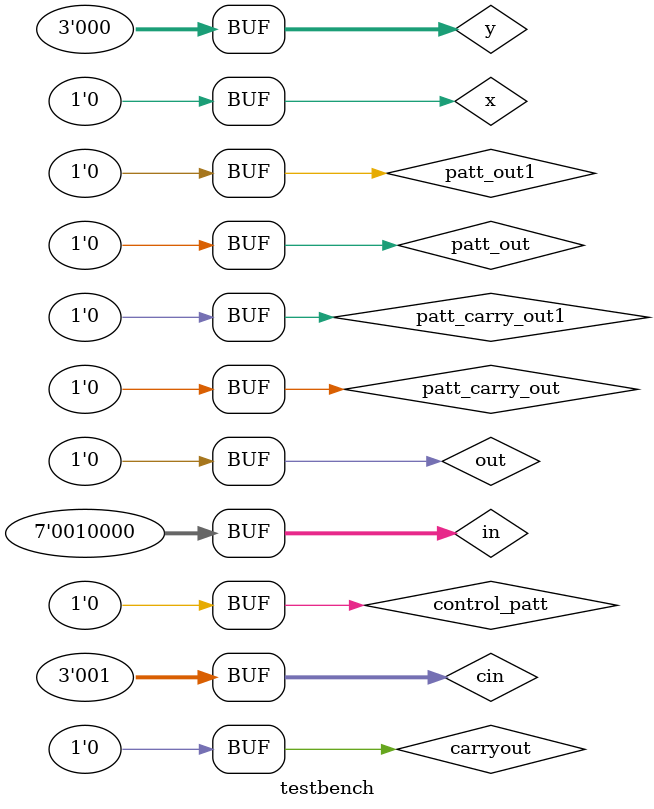
<source format=v>
module testbench;
    reg [6:0] in;

	wire x;
	wire [2:0] y;
	wire [2:0] cin;

	wire patt_out = 0;
	wire patt_carry_out = 0;
	wire patt_out1 = 0;
	wire patt_carry_out1 = 0;
	wire out = 0;
    wire carryout = 0;
    wire control;
	wire control_patt;

    initial begin
        // $dumpfile("testbench.vcd");
        // $dumpvars(0, testbench);

        #5 in = 0;
        repeat (10000) begin
            #5 in = in + 1;
        end

        $display("OKAY");
    end

    top uut (
	.x(x),
	.y(y),
	.cin(cin),
	.A(out),
	.cout(carryout),
	.control(control)
	);

	wire A1,cout1;
	wire [2:0] n_y;

	wire [2:0] n_cin;

//  initial begin
//     A = 0;
//     cout = 0;
//  end

assign x = in[0];
assign y = in[3:1];
assign cin = in[6:4];

assign control_patt = x & y & cin;

    assert_dff out_test(.clk(in[0]), .test(control),.pat(control_patt));

endmodule

</source>
